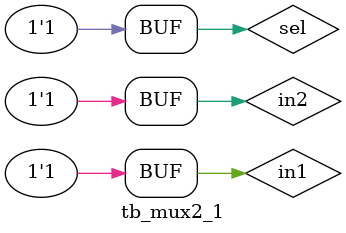
<source format=v>
`timescale 1ns / 1ps

module tb_mux2_1(
    );
    
  reg in1;
  reg in2;
  reg sel;
  wire out;
  
  //initialÓï¾äÊÇ²»¿ÉÒÔ±»×ÛºÏµÄ,Ò»°ãÖ»ÔÚtestbenchÖÐ±í´ï¶ø²»ÔÚRTL´úÂëÖÐ±í´ï¡£
  initial
      begin   //ÔÚ·ÂÕæÖÐbegin...end¿éÖÐµÄÄÚÈÝ¶¼ÊÇË³ÐòÖ´ÐÐµÄ
          in1 = 1'b0;
          in2 = 1'b0;
          sel = 1'b0;
  		#100
  		in1 = 1'b0;
  		in2 = 1'b0;
  		sel = 1'b1;
  		#100
  		in1 = 1'b0;
  		in2 = 1'b1;
  		sel = 1'b0;
  		#100
  		in1 = 1'b0;
  		in2 = 1'b1;
  		sel = 1'b1;
  		#100
  		in1 = 1'b1;
  		in2 = 1'b0;
  		sel = 1'b0;
  		#100
  		in1 = 1'b1;
  		in2 = 1'b0;
  		sel = 1'b1;
  		#100
  		in1 = 1'b1;
  		in2 = 1'b1;
  		sel = 1'b1;
      end

mux2_1 u_mux2_1(
    .in1(in1),    //ÊäÈëÐÅºÅin1
    .in2(in2),    //ÊäÈëÐÅºÅin2
    .sel(sel),    //Ñ¡Ôñ¿ØÖÆÐÅºÅsel
        
    .out(out)      //Êä³öÐÅºÅout
    );

endmodule

</source>
